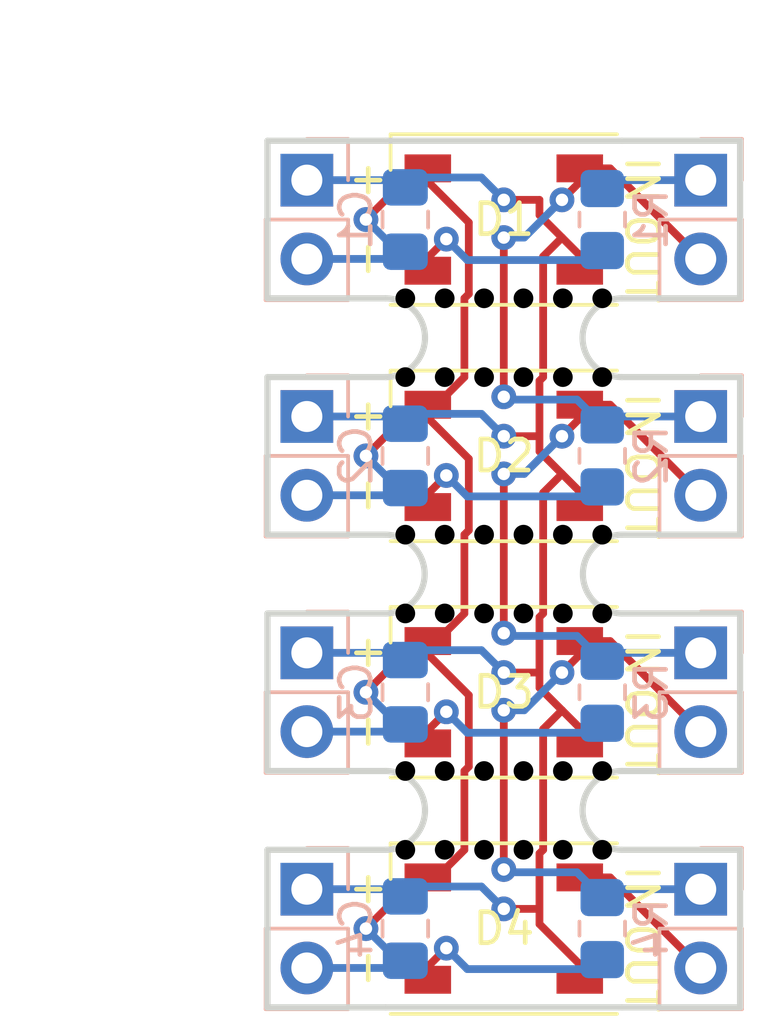
<source format=kicad_pcb>
(kicad_pcb (version 20221018) (generator pcbnew)
  (layers (0 "F.Cu" signal) (31 "B.Cu" signal) (34 "B.Paste" user) (35 "F.Paste" user) (36 "B.SilkS" user "B.Silkscreen") (37 "F.SilkS" user "F.Silkscreen") (38 "B.Mask" user) (39 "F.Mask" user) (44 "Edge.Cuts" user))
  (net 0 "")
  (net 1 "/NeoPixel Module 1/VSS")
  (net 2 "/NeoPixel Module 1/VDD")
  (net 3 "/NeoPixel Module 1/DOUT")
  (net 4 "Net-(D1-DIN)")
  (net 5 "/NeoPixel Module 1/DIN")
  (net 6 "/NeoPixel Module 2/DOUT")
  (net 7 "Net-(D2-DIN)")
  (net 8 "/NeoPixel Module 3/DOUT")
  (net 9 "Net-(D3-DIN)")
  (net 10 "/NeoPixel Module 4/DOUT")
  (net 11 "Net-(D4-DIN)")
  (footprint "LED_SMD:LED_WS2812B_PLCC4_5.0x5.0mm_P3.2mm" (layer "F.Cu") (at 134.62 99.06 180)
    (fp_text reference "D4" (at 0 0) (layer "F.SilkS"))
    (fp_text value "WS2812B" hide)
    (fp_line (start -3.65 -2.75) (end 3.65 -2.75) (stroke (width 0.12)) (layer "F.SilkS"))
    (fp_line (start -3.65 2.75) (end 3.65 2.75) (stroke (width 0.12)) (layer "F.SilkS"))
    (fp_line (start 3.65 2.75) (end 3.65 1.6) (stroke (width 0.12)) (layer "F.SilkS"))
    (pad "1" smd rect (at -2.45 -1.65 180) (size 1.5 0.9) (layers "F.Cu" "F.Paste" "F.Mask") (net 2 "/NeoPixel Module 1/VDD"))
    (pad "2" smd rect (at -2.45 1.65 180) (size 1.5 0.9) (layers "F.Cu" "F.Paste" "F.Mask") (net 10 "/NeoPixel Module 4/DOUT"))
    (pad "3" smd rect (at 2.45 1.65 180) (size 1.5 0.9) (layers "F.Cu" "F.Paste" "F.Mask") (net 1 "/NeoPixel Module 1/VSS"))
    (pad "4" smd rect (at 2.45 -1.65 180) (size 1.5 0.9) (layers "F.Cu" "F.Paste" "F.Mask") (net 11 "Net-(D4-DIN)"))
  )
  (footprint "LED_SMD:LED_WS2812B_PLCC4_5.0x5.0mm_P3.2mm" (layer "F.Cu") (at 134.62 76.2 180)
    (fp_text reference "D1" (at 0 0) (layer "F.SilkS"))
    (fp_text value "WS2812B" hide)
    (fp_line (start -3.65 -2.75) (end 3.65 -2.75) (stroke (width 0.12)) (layer "F.SilkS"))
    (fp_line (start -3.65 2.75) (end 3.65 2.75) (stroke (width 0.12)) (layer "F.SilkS"))
    (fp_line (start 3.65 2.75) (end 3.65 1.6) (stroke (width 0.12)) (layer "F.SilkS"))
    (pad "1" smd rect (at -2.45 -1.65 180) (size 1.5 0.9) (layers "F.Cu" "F.Paste" "F.Mask") (net 2 "/NeoPixel Module 1/VDD"))
    (pad "2" smd rect (at -2.45 1.65 180) (size 1.5 0.9) (layers "F.Cu" "F.Paste" "F.Mask") (net 3 "/NeoPixel Module 1/DOUT"))
    (pad "3" smd rect (at 2.45 1.65 180) (size 1.5 0.9) (layers "F.Cu" "F.Paste" "F.Mask") (net 1 "/NeoPixel Module 1/VSS"))
    (pad "4" smd rect (at 2.45 -1.65 180) (size 1.5 0.9) (layers "F.Cu" "F.Paste" "F.Mask") (net 4 "Net-(D1-DIN)"))
  )
  (footprint "Custom:Mouse_Bites_0.2in" (layer "F.Cu") (at 134.62 87.63)
    (fp_text reference "REF**" hide)
    (fp_text value "Mouse_Bites_0.2in" hide)
    (fp_arc (start -3.81 -1.27) (mid -2.54 0) (end -3.81 1.27) (stroke (width 0.2)) (layer "Edge.Cuts"))
    (fp_arc (start 3.81 1.27) (mid 2.54 0) (end 3.81 -1.27) (stroke (width 0.2)) (layer "Edge.Cuts"))
    (pad "" np_thru_hole circle (at -3.175 -1.27) (size 0.635 0.635) (drill 0.635) (layers "*.Mask"))
    (pad "" np_thru_hole circle (at -3.175 1.27) (size 0.635 0.635) (drill 0.635) (layers "*.Mask"))
    (pad "" np_thru_hole circle (at -1.905 -1.27) (size 0.635 0.635) (drill 0.635) (layers "*.Mask"))
    (pad "" np_thru_hole circle (at -1.905 1.27) (size 0.635 0.635) (drill 0.635) (layers "*.Mask"))
    (pad "" np_thru_hole circle (at -0.635 -1.27) (size 0.635 0.635) (drill 0.635) (layers "*.Mask"))
    (pad "" np_thru_hole circle (at -0.635 1.27) (size 0.635 0.635) (drill 0.635) (layers "*.Mask"))
    (pad "" np_thru_hole circle (at 0.635 -1.27) (size 0.635 0.635) (drill 0.635) (layers "*.Mask"))
    (pad "" np_thru_hole circle (at 0.635 1.27) (size 0.635 0.635) (drill 0.635) (layers "*.Mask"))
    (pad "" np_thru_hole circle (at 1.905 -1.27) (size 0.635 0.635) (drill 0.635) (layers "*.Mask"))
    (pad "" np_thru_hole circle (at 1.905 1.27) (size 0.635 0.635) (drill 0.635) (layers "*.Mask"))
    (pad "" np_thru_hole circle (at 3.175 -1.27) (size 0.635 0.635) (drill 0.635) (layers "*.Mask"))
    (pad "" np_thru_hole circle (at 3.175 1.27) (size 0.635 0.635) (drill 0.635) (layers "*.Mask"))
  )
  (footprint "Custom:Mouse_Bites_0.2in" (layer "F.Cu") (at 134.62 80.01)
    (fp_text reference "REF**" hide)
    (fp_text value "Mouse_Bites_0.2in" hide)
    (fp_arc (start -3.81 -1.27) (mid -2.54 0) (end -3.81 1.27) (stroke (width 0.2)) (layer "Edge.Cuts"))
    (fp_arc (start 3.81 1.27) (mid 2.54 0) (end 3.81 -1.27) (stroke (width 0.2)) (layer "Edge.Cuts"))
    (pad "" np_thru_hole circle (at -3.175 -1.27) (size 0.635 0.635) (drill 0.635) (layers "*.Mask"))
    (pad "" np_thru_hole circle (at -3.175 1.27) (size 0.635 0.635) (drill 0.635) (layers "*.Mask"))
    (pad "" np_thru_hole circle (at -1.905 -1.27) (size 0.635 0.635) (drill 0.635) (layers "*.Mask"))
    (pad "" np_thru_hole circle (at -1.905 1.27) (size 0.635 0.635) (drill 0.635) (layers "*.Mask"))
    (pad "" np_thru_hole circle (at -0.635 -1.27) (size 0.635 0.635) (drill 0.635) (layers "*.Mask"))
    (pad "" np_thru_hole circle (at -0.635 1.27) (size 0.635 0.635) (drill 0.635) (layers "*.Mask"))
    (pad "" np_thru_hole circle (at 0.635 -1.27) (size 0.635 0.635) (drill 0.635) (layers "*.Mask"))
    (pad "" np_thru_hole circle (at 0.635 1.27) (size 0.635 0.635) (drill 0.635) (layers "*.Mask"))
    (pad "" np_thru_hole circle (at 1.905 -1.27) (size 0.635 0.635) (drill 0.635) (layers "*.Mask"))
    (pad "" np_thru_hole circle (at 1.905 1.27) (size 0.635 0.635) (drill 0.635) (layers "*.Mask"))
    (pad "" np_thru_hole circle (at 3.175 -1.27) (size 0.635 0.635) (drill 0.635) (layers "*.Mask"))
    (pad "" np_thru_hole circle (at 3.175 1.27) (size 0.635 0.635) (drill 0.635) (layers "*.Mask"))
  )
  (footprint "Custom:Mouse_Bites_0.2in" (layer "F.Cu") (at 134.62 95.25)
    (fp_text reference "REF**" hide)
    (fp_text value "Mouse_Bites_0.2in" hide)
    (fp_arc (start -3.81 -1.27) (mid -2.54 0) (end -3.81 1.27) (stroke (width 0.2)) (layer "Edge.Cuts"))
    (fp_arc (start 3.81 1.27) (mid 2.54 0) (end 3.81 -1.27) (stroke (width 0.2)) (layer "Edge.Cuts"))
    (pad "" np_thru_hole circle (at -3.175 -1.27) (size 0.635 0.635) (drill 0.635) (layers "*.Mask"))
    (pad "" np_thru_hole circle (at -3.175 1.27) (size 0.635 0.635) (drill 0.635) (layers "*.Mask"))
    (pad "" np_thru_hole circle (at -1.905 -1.27) (size 0.635 0.635) (drill 0.635) (layers "*.Mask"))
    (pad "" np_thru_hole circle (at -1.905 1.27) (size 0.635 0.635) (drill 0.635) (layers "*.Mask"))
    (pad "" np_thru_hole circle (at -0.635 -1.27) (size 0.635 0.635) (drill 0.635) (layers "*.Mask"))
    (pad "" np_thru_hole circle (at -0.635 1.27) (size 0.635 0.635) (drill 0.635) (layers "*.Mask"))
    (pad "" np_thru_hole circle (at 0.635 -1.27) (size 0.635 0.635) (drill 0.635) (layers "*.Mask"))
    (pad "" np_thru_hole circle (at 0.635 1.27) (size 0.635 0.635) (drill 0.635) (layers "*.Mask"))
    (pad "" np_thru_hole circle (at 1.905 -1.27) (size 0.635 0.635) (drill 0.635) (layers "*.Mask"))
    (pad "" np_thru_hole circle (at 1.905 1.27) (size 0.635 0.635) (drill 0.635) (layers "*.Mask"))
    (pad "" np_thru_hole circle (at 3.175 -1.27) (size 0.635 0.635) (drill 0.635) (layers "*.Mask"))
    (pad "" np_thru_hole circle (at 3.175 1.27) (size 0.635 0.635) (drill 0.635) (layers "*.Mask"))
  )
  (footprint "LED_SMD:LED_WS2812B_PLCC4_5.0x5.0mm_P3.2mm" (layer "F.Cu") (at 134.62 91.44 180)
    (fp_text reference "D3" (at 0 0) (layer "F.SilkS"))
    (fp_text value "WS2812B" hide)
    (fp_line (start -3.65 -2.75) (end 3.65 -2.75) (stroke (width 0.12)) (layer "F.SilkS"))
    (fp_line (start -3.65 2.75) (end 3.65 2.75) (stroke (width 0.12)) (layer "F.SilkS"))
    (fp_line (start 3.65 2.75) (end 3.65 1.6) (stroke (width 0.12)) (layer "F.SilkS"))
    (pad "1" smd rect (at -2.45 -1.65 180) (size 1.5 0.9) (layers "F.Cu" "F.Paste" "F.Mask") (net 2 "/NeoPixel Module 1/VDD"))
    (pad "2" smd rect (at -2.45 1.65 180) (size 1.5 0.9) (layers "F.Cu" "F.Paste" "F.Mask") (net 8 "/NeoPixel Module 3/DOUT"))
    (pad "3" smd rect (at 2.45 1.65 180) (size 1.5 0.9) (layers "F.Cu" "F.Paste" "F.Mask") (net 1 "/NeoPixel Module 1/VSS"))
    (pad "4" smd rect (at 2.45 -1.65 180) (size 1.5 0.9) (layers "F.Cu" "F.Paste" "F.Mask") (net 9 "Net-(D3-DIN)"))
  )
  (footprint "LED_SMD:LED_WS2812B_PLCC4_5.0x5.0mm_P3.2mm" (layer "F.Cu") (at 134.62 83.82 180)
    (fp_text reference "D2" (at 0 0) (layer "F.SilkS"))
    (fp_text value "WS2812B" hide)
    (fp_line (start -3.65 -2.75) (end 3.65 -2.75) (stroke (width 0.12)) (layer "F.SilkS"))
    (fp_line (start -3.65 2.75) (end 3.65 2.75) (stroke (width 0.12)) (layer "F.SilkS"))
    (fp_line (start 3.65 2.75) (end 3.65 1.6) (stroke (width 0.12)) (layer "F.SilkS"))
    (pad "1" smd rect (at -2.45 -1.65 180) (size 1.5 0.9) (layers "F.Cu" "F.Paste" "F.Mask") (net 2 "/NeoPixel Module 1/VDD"))
    (pad "2" smd rect (at -2.45 1.65 180) (size 1.5 0.9) (layers "F.Cu" "F.Paste" "F.Mask") (net 6 "/NeoPixel Module 2/DOUT"))
    (pad "3" smd rect (at 2.45 1.65 180) (size 1.5 0.9) (layers "F.Cu" "F.Paste" "F.Mask") (net 1 "/NeoPixel Module 1/VSS"))
    (pad "4" smd rect (at 2.45 -1.65 180) (size 1.5 0.9) (layers "F.Cu" "F.Paste" "F.Mask") (net 7 "Net-(D2-DIN)"))
  )
  (footprint "Connector_PinHeader_2.54mm:PinHeader_1x02_P2.54mm_Vertical" (layer "B.Cu") (at 128.27 74.93 180)
    (fp_text reference "J1" hide)
    (fp_text value "Conn_01x02" hide)
    (fp_line (start -1.33 -3.87) (end 1.33 -3.87) (stroke (width 0.12)) (layer "B.SilkS"))
    (fp_line (start -1.33 -1.27) (end -1.33 -3.87) (stroke (width 0.12)) (layer "B.SilkS"))
    (fp_line (start -1.33 -1.27) (end 1.33 -1.27) (stroke (width 0.12)) (layer "B.SilkS"))
    (fp_line (start -1.33 0) (end -1.33 1.33) (stroke (width 0.12)) (layer "B.SilkS"))
    (fp_line (start -1.33 1.33) (end 0 1.33) (stroke (width 0.12)) (layer "B.SilkS"))
    (fp_line (start 1.33 -1.27) (end 1.33 -3.87) (stroke (width 0.12)) (layer "B.SilkS"))
    (pad "1" thru_hole rect (at 0 0 180) (size 1.7 1.7) (drill 1) (layers "*.Cu" "*.Mask") (net 2 "/NeoPixel Module 1/VDD"))
    (pad "2" thru_hole oval (at 0 -2.54 180) (size 1.7 1.7) (drill 1) (layers "*.Cu" "*.Mask") (net 1 "/NeoPixel Module 1/VSS"))
  )
  (footprint "Capacitor_SMD:C_0805_2012Metric_Pad1.18x1.45mm_HandSolder" (layer "B.Cu") (at 131.445 91.44 90)
    (fp_text reference "C3" (at 0 -1.5875 90) (layer "B.SilkS") (effects (justify mirror)))
    (fp_text value "0.1uF" hide)
    (fp_line (start -0.261252 -0.735) (end 0.261252 -0.735) (stroke (width 0.12)) (layer "B.SilkS"))
    (fp_line (start -0.261252 0.735) (end 0.261252 0.735) (stroke (width 0.12)) (layer "B.SilkS"))
    (pad "1" smd roundrect (at -1.0375 0 90) (size 1.175 1.45) (layers "B.Cu" "B.Paste" "B.Mask") (roundrect_rratio 0.212766) (net 1 "/NeoPixel Module 1/VSS"))
    (pad "2" smd roundrect (at 1.0375 0 90) (size 1.175 1.45) (layers "B.Cu" "B.Paste" "B.Mask") (roundrect_rratio 0.212766) (net 2 "/NeoPixel Module 1/VDD"))
  )
  (footprint "Resistor_SMD:R_0805_2012Metric_Pad1.20x1.40mm_HandSolder" (layer "B.Cu") (at 137.795 99.06 -90)
    (fp_text reference "R4" (at 0 -1.5875 90) (layer "B.SilkS") (effects (justify mirror)))
    (fp_text value "470R" hide)
    (fp_line (start -0.227064 -0.735) (end 0.227064 -0.735) (stroke (width 0.12)) (layer "B.SilkS"))
    (fp_line (start -0.227064 0.735) (end 0.227064 0.735) (stroke (width 0.12)) (layer "B.SilkS"))
    (pad "1" smd roundrect (at -1 0 270) (size 1.2 1.4) (layers "B.Cu" "B.Paste" "B.Mask") (roundrect_rratio 0.208333) (net 8 "/NeoPixel Module 3/DOUT"))
    (pad "2" smd roundrect (at 1 0 270) (size 1.2 1.4) (layers "B.Cu" "B.Paste" "B.Mask") (roundrect_rratio 0.208333) (net 11 "Net-(D4-DIN)"))
  )
  (footprint "Resistor_SMD:R_0805_2012Metric_Pad1.20x1.40mm_HandSolder" (layer "B.Cu") (at 137.795 76.2 -90)
    (fp_text reference "R1" (at 0 -1.5875 90) (layer "B.SilkS") (effects (justify mirror)))
    (fp_text value "470R" hide)
    (fp_line (start -0.227064 -0.735) (end 0.227064 -0.735) (stroke (width 0.12)) (layer "B.SilkS"))
    (fp_line (start -0.227064 0.735) (end 0.227064 0.735) (stroke (width 0.12)) (layer "B.SilkS"))
    (pad "1" smd roundrect (at -1 0 270) (size 1.2 1.4) (layers "B.Cu" "B.Paste" "B.Mask") (roundrect_rratio 0.208333) (net 5 "/NeoPixel Module 1/DIN"))
    (pad "2" smd roundrect (at 1 0 270) (size 1.2 1.4) (layers "B.Cu" "B.Paste" "B.Mask") (roundrect_rratio 0.208333) (net 4 "Net-(D1-DIN)"))
  )
  (footprint "Connector_PinHeader_2.54mm:PinHeader_1x02_P2.54mm_Vertical" (layer "B.Cu") (at 128.27 97.79 180)
    (fp_text reference "J7" hide)
    (fp_text value "Conn_01x02" hide)
    (fp_line (start -1.33 -3.87) (end 1.33 -3.87) (stroke (width 0.12)) (layer "B.SilkS"))
    (fp_line (start -1.33 -1.27) (end -1.33 -3.87) (stroke (width 0.12)) (layer "B.SilkS"))
    (fp_line (start -1.33 -1.27) (end 1.33 -1.27) (stroke (width 0.12)) (layer "B.SilkS"))
    (fp_line (start -1.33 0) (end -1.33 1.33) (stroke (width 0.12)) (layer "B.SilkS"))
    (fp_line (start -1.33 1.33) (end 0 1.33) (stroke (width 0.12)) (layer "B.SilkS"))
    (fp_line (start 1.33 -1.27) (end 1.33 -3.87) (stroke (width 0.12)) (layer "B.SilkS"))
    (pad "1" thru_hole rect (at 0 0 180) (size 1.7 1.7) (drill 1) (layers "*.Cu" "*.Mask") (net 2 "/NeoPixel Module 1/VDD"))
    (pad "2" thru_hole oval (at 0 -2.54 180) (size 1.7 1.7) (drill 1) (layers "*.Cu" "*.Mask") (net 1 "/NeoPixel Module 1/VSS"))
  )
  (footprint "Connector_PinHeader_2.54mm:PinHeader_1x02_P2.54mm_Vertical" (layer "B.Cu") (at 128.27 82.55 180)
    (fp_text reference "J3" hide)
    (fp_text value "Conn_01x02" hide)
    (fp_line (start -1.33 -3.87) (end 1.33 -3.87) (stroke (width 0.12)) (layer "B.SilkS"))
    (fp_line (start -1.33 -1.27) (end -1.33 -3.87) (stroke (width 0.12)) (layer "B.SilkS"))
    (fp_line (start -1.33 -1.27) (end 1.33 -1.27) (stroke (width 0.12)) (layer "B.SilkS"))
    (fp_line (start -1.33 0) (end -1.33 1.33) (stroke (width 0.12)) (layer "B.SilkS"))
    (fp_line (start -1.33 1.33) (end 0 1.33) (stroke (width 0.12)) (layer "B.SilkS"))
    (fp_line (start 1.33 -1.27) (end 1.33 -3.87) (stroke (width 0.12)) (layer "B.SilkS"))
    (pad "1" thru_hole rect (at 0 0 180) (size 1.7 1.7) (drill 1) (layers "*.Cu" "*.Mask") (net 2 "/NeoPixel Module 1/VDD"))
    (pad "2" thru_hole oval (at 0 -2.54 180) (size 1.7 1.7) (drill 1) (layers "*.Cu" "*.Mask") (net 1 "/NeoPixel Module 1/VSS"))
  )
  (footprint "Capacitor_SMD:C_0805_2012Metric_Pad1.18x1.45mm_HandSolder" (layer "B.Cu") (at 131.445 83.82 90)
    (fp_text reference "C2" (at 0 -1.5875 90) (layer "B.SilkS") (effects (justify mirror)))
    (fp_text value "0.1uF" hide)
    (fp_line (start -0.261252 -0.735) (end 0.261252 -0.735) (stroke (width 0.12)) (layer "B.SilkS"))
    (fp_line (start -0.261252 0.735) (end 0.261252 0.735) (stroke (width 0.12)) (layer "B.SilkS"))
    (pad "1" smd roundrect (at -1.0375 0 90) (size 1.175 1.45) (layers "B.Cu" "B.Paste" "B.Mask") (roundrect_rratio 0.212766) (net 1 "/NeoPixel Module 1/VSS"))
    (pad "2" smd roundrect (at 1.0375 0 90) (size 1.175 1.45) (layers "B.Cu" "B.Paste" "B.Mask") (roundrect_rratio 0.212766) (net 2 "/NeoPixel Module 1/VDD"))
  )
  (footprint "Capacitor_SMD:C_0805_2012Metric_Pad1.18x1.45mm_HandSolder" (layer "B.Cu") (at 131.445 76.2 90)
    (fp_text reference "C1" (at 0 -1.5875 90) (layer "B.SilkS") (effects (justify mirror)))
    (fp_text value "0.1uF" hide)
    (fp_line (start -0.261252 -0.735) (end 0.261252 -0.735) (stroke (width 0.12)) (layer "B.SilkS"))
    (fp_line (start -0.261252 0.735) (end 0.261252 0.735) (stroke (width 0.12)) (layer "B.SilkS"))
    (pad "1" smd roundrect (at -1.0375 0 90) (size 1.175 1.45) (layers "B.Cu" "B.Paste" "B.Mask") (roundrect_rratio 0.212766) (net 1 "/NeoPixel Module 1/VSS"))
    (pad "2" smd roundrect (at 1.0375 0 90) (size 1.175 1.45) (layers "B.Cu" "B.Paste" "B.Mask") (roundrect_rratio 0.212766) (net 2 "/NeoPixel Module 1/VDD"))
  )
  (footprint "Connector_PinHeader_2.54mm:PinHeader_1x02_P2.54mm_Vertical" (layer "B.Cu") (at 140.97 97.79 180)
    (fp_text reference "J8" hide)
    (fp_text value "Conn_01x02" hide)
    (fp_line (start -1.33 -3.87) (end 1.33 -3.87) (stroke (width 0.12)) (layer "B.SilkS"))
    (fp_line (start -1.33 -1.27) (end -1.33 -3.87) (stroke (width 0.12)) (layer "B.SilkS"))
    (fp_line (start -1.33 -1.27) (end 1.33 -1.27) (stroke (width 0.12)) (layer "B.SilkS"))
    (fp_line (start -1.33 0) (end -1.33 1.33) (stroke (width 0.12)) (layer "B.SilkS"))
    (fp_line (start -1.33 1.33) (end 0 1.33) (stroke (width 0.12)) (layer "B.SilkS"))
    (fp_line (start 1.33 -1.27) (end 1.33 -3.87) (stroke (width 0.12)) (layer "B.SilkS"))
    (pad "1" thru_hole rect (at 0 0 180) (size 1.7 1.7) (drill 1) (layers "*.Cu" "*.Mask") (net 8 "/NeoPixel Module 3/DOUT"))
    (pad "2" thru_hole oval (at 0 -2.54 180) (size 1.7 1.7) (drill 1) (layers "*.Cu" "*.Mask") (net 10 "/NeoPixel Module 4/DOUT"))
  )
  (footprint "Connector_PinHeader_2.54mm:PinHeader_1x02_P2.54mm_Vertical" (layer "B.Cu") (at 140.97 82.55 180)
    (fp_text reference "J4" hide)
    (fp_text value "Conn_01x02" hide)
    (fp_line (start -1.33 -3.87) (end 1.33 -3.87) (stroke (width 0.12)) (layer "B.SilkS"))
    (fp_line (start -1.33 -1.27) (end -1.33 -3.87) (stroke (width 0.12)) (layer "B.SilkS"))
    (fp_line (start -1.33 -1.27) (end 1.33 -1.27) (stroke (width 0.12)) (layer "B.SilkS"))
    (fp_line (start -1.33 0) (end -1.33 1.33) (stroke (width 0.12)) (layer "B.SilkS"))
    (fp_line (start -1.33 1.33) (end 0 1.33) (stroke (width 0.12)) (layer "B.SilkS"))
    (fp_line (start 1.33 -1.27) (end 1.33 -3.87) (stroke (width 0.12)) (layer "B.SilkS"))
    (pad "1" thru_hole rect (at 0 0 180) (size 1.7 1.7) (drill 1) (layers "*.Cu" "*.Mask") (net 3 "/NeoPixel Module 1/DOUT"))
    (pad "2" thru_hole oval (at 0 -2.54 180) (size 1.7 1.7) (drill 1) (layers "*.Cu" "*.Mask") (net 6 "/NeoPixel Module 2/DOUT"))
  )
  (footprint "Resistor_SMD:R_0805_2012Metric_Pad1.20x1.40mm_HandSolder" (layer "B.Cu") (at 137.795 83.82 -90)
    (fp_text reference "R2" (at 0 -1.5875 90) (layer "B.SilkS") (effects (justify mirror)))
    (fp_text value "470R" hide)
    (fp_line (start -0.227064 -0.735) (end 0.227064 -0.735) (stroke (width 0.12)) (layer "B.SilkS"))
    (fp_line (start -0.227064 0.735) (end 0.227064 0.735) (stroke (width 0.12)) (layer "B.SilkS"))
    (pad "1" smd roundrect (at -1 0 270) (size 1.2 1.4) (layers "B.Cu" "B.Paste" "B.Mask") (roundrect_rratio 0.208333) (net 3 "/NeoPixel Module 1/DOUT"))
    (pad "2" smd roundrect (at 1 0 270) (size 1.2 1.4) (layers "B.Cu" "B.Paste" "B.Mask") (roundrect_rratio 0.208333) (net 7 "Net-(D2-DIN)"))
  )
  (footprint "Connector_PinHeader_2.54mm:PinHeader_1x02_P2.54mm_Vertical" (layer "B.Cu") (at 140.97 74.93 180)
    (fp_text reference "J2" hide)
    (fp_text value "Conn_01x02" hide)
    (fp_line (start -1.33 -3.87) (end 1.33 -3.87) (stroke (width 0.12)) (layer "B.SilkS"))
    (fp_line (start -1.33 -1.27) (end -1.33 -3.87) (stroke (width 0.12)) (layer "B.SilkS"))
    (fp_line (start -1.33 -1.27) (end 1.33 -1.27) (stroke (width 0.12)) (layer "B.SilkS"))
    (fp_line (start -1.33 0) (end -1.33 1.33) (stroke (width 0.12)) (layer "B.SilkS"))
    (fp_line (start -1.33 1.33) (end 0 1.33) (stroke (width 0.12)) (layer "B.SilkS"))
    (fp_line (start 1.33 -1.27) (end 1.33 -3.87) (stroke (width 0.12)) (layer "B.SilkS"))
    (pad "1" thru_hole rect (at 0 0 180) (size 1.7 1.7) (drill 1) (layers "*.Cu" "*.Mask") (net 5 "/NeoPixel Module 1/DIN"))
    (pad "2" thru_hole oval (at 0 -2.54 180) (size 1.7 1.7) (drill 1) (layers "*.Cu" "*.Mask") (net 3 "/NeoPixel Module 1/DOUT"))
  )
  (footprint "Resistor_SMD:R_0805_2012Metric_Pad1.20x1.40mm_HandSolder" (layer "B.Cu") (at 137.795 91.44 -90)
    (fp_text reference "R3" (at 0 -1.5875 90) (layer "B.SilkS") (effects (justify mirror)))
    (fp_text value "470R" hide)
    (fp_line (start -0.227064 -0.735) (end 0.227064 -0.735) (stroke (width 0.12)) (layer "B.SilkS"))
    (fp_line (start -0.227064 0.735) (end 0.227064 0.735) (stroke (width 0.12)) (layer "B.SilkS"))
    (pad "1" smd roundrect (at -1 0 270) (size 1.2 1.4) (layers "B.Cu" "B.Paste" "B.Mask") (roundrect_rratio 0.208333) (net 6 "/NeoPixel Module 2/DOUT"))
    (pad "2" smd roundrect (at 1 0 270) (size 1.2 1.4) (layers "B.Cu" "B.Paste" "B.Mask") (roundrect_rratio 0.208333) (net 9 "Net-(D3-DIN)"))
  )
  (footprint "Connector_PinHeader_2.54mm:PinHeader_1x02_P2.54mm_Vertical" (layer "B.Cu") (at 140.97 90.17 180)
    (fp_text reference "J6" hide)
    (fp_text value "Conn_01x02" hide)
    (fp_line (start -1.33 -3.87) (end 1.33 -3.87) (stroke (width 0.12)) (layer "B.SilkS"))
    (fp_line (start -1.33 -1.27) (end -1.33 -3.87) (stroke (width 0.12)) (layer "B.SilkS"))
    (fp_line (start -1.33 -1.27) (end 1.33 -1.27) (stroke (width 0.12)) (layer "B.SilkS"))
    (fp_line (start -1.33 0) (end -1.33 1.33) (stroke (width 0.12)) (layer "B.SilkS"))
    (fp_line (start -1.33 1.33) (end 0 1.33) (stroke (width 0.12)) (layer "B.SilkS"))
    (fp_line (start 1.33 -1.27) (end 1.33 -3.87) (stroke (width 0.12)) (layer "B.SilkS"))
    (pad "1" thru_hole rect (at 0 0 180) (size 1.7 1.7) (drill 1) (layers "*.Cu" "*.Mask") (net 6 "/NeoPixel Module 2/DOUT"))
    (pad "2" thru_hole oval (at 0 -2.54 180) (size 1.7 1.7) (drill 1) (layers "*.Cu" "*.Mask") (net 8 "/NeoPixel Module 3/DOUT"))
  )
  (footprint "Connector_PinHeader_2.54mm:PinHeader_1x02_P2.54mm_Vertical" (layer "B.Cu") (at 128.27 90.17 180)
    (fp_text reference "J5" hide)
    (fp_text value "Conn_01x02" hide)
    (fp_line (start -1.33 -3.87) (end 1.33 -3.87) (stroke (width 0.12)) (layer "B.SilkS"))
    (fp_line (start -1.33 -1.27) (end -1.33 -3.87) (stroke (width 0.12)) (layer "B.SilkS"))
    (fp_line (start -1.33 -1.27) (end 1.33 -1.27) (stroke (width 0.12)) (layer "B.SilkS"))
    (fp_line (start -1.33 0) (end -1.33 1.33) (stroke (width 0.12)) (layer "B.SilkS"))
    (fp_line (start -1.33 1.33) (end 0 1.33) (stroke (width 0.12)) (layer "B.SilkS"))
    (fp_line (start 1.33 -1.27) (end 1.33 -3.87) (stroke (width 0.12)) (layer "B.SilkS"))
    (pad "1" thru_hole rect (at 0 0 180) (size 1.7 1.7) (drill 1) (layers "*.Cu" "*.Mask") (net 2 "/NeoPixel Module 1/VDD"))
    (pad "2" thru_hole oval (at 0 -2.54 180) (size 1.7 1.7) (drill 1) (layers "*.Cu" "*.Mask") (net 1 "/NeoPixel Module 1/VSS"))
  )
  (footprint "Capacitor_SMD:C_0805_2012Metric_Pad1.18x1.45mm_HandSolder" (layer "B.Cu") (at 131.445 99.06 90)
    (fp_text reference "C4" (at 0 -1.5875 90) (layer "B.SilkS") (effects (justify mirror)))
    (fp_text value "0.1uF" hide)
    (fp_line (start -0.261252 -0.735) (end 0.261252 -0.735) (stroke (width 0.12)) (layer "B.SilkS"))
    (fp_line (start -0.261252 0.735) (end 0.261252 0.735) (stroke (width 0.12)) (layer "B.SilkS"))
    (pad "1" smd roundrect (at -1.0375 0 90) (size 1.175 1.45) (layers "B.Cu" "B.Paste" "B.Mask") (roundrect_rratio 0.212766) (net 1 "/NeoPixel Module 1/VSS"))
    (pad "2" smd roundrect (at 1.0375 0 90) (size 1.175 1.45) (layers "B.Cu" "B.Paste" "B.Mask") (roundrect_rratio 0.212766) (net 2 "/NeoPixel Module 1/VDD"))
  )
  (gr_line (start 142.24 93.98) (end 142.24 88.9) (stroke (width 0.2)) (layer "Edge.Cuts"))
  (gr_line (start 142.24 78.74) (end 142.24 73.66) (stroke (width 0.2)) (layer "Edge.Cuts"))
  (gr_line (start 142.24 93.98) (end 138.43 93.98) (stroke (width 0.2)) (layer "Edge.Cuts"))
  (gr_line (start 130.81 73.66) (end 138.43 73.66) (stroke (width 0.2)) (layer "Edge.Cuts"))
  (gr_line (start 142.24 78.74) (end 138.43 78.74) (stroke (width 0.2)) (layer "Edge.Cuts"))
  (gr_line (start 142.24 101.6) (end 142.24 96.52) (stroke (width 0.2)) (layer "Edge.Cuts"))
  (gr_line (start 127 81.28) (end 130.81 81.28) (stroke (width 0.2)) (layer "Edge.Cuts"))
  (gr_line (start 142.24 73.66) (end 138.43 73.66) (stroke (width 0.2)) (layer "Edge.Cuts"))
  (gr_line (start 142.24 96.52) (end 138.43 96.52) (stroke (width 0.2)) (layer "Edge.Cuts"))
  (gr_line (start 127 101.6) (end 130.81 101.6) (stroke (width 0.2)) (layer "Edge.Cuts"))
  (gr_line (start 127 86.36) (end 127 81.28) (stroke (width 0.2)) (layer "Edge.Cuts"))
  (gr_line (start 127 73.66) (end 130.81 73.66) (stroke (width 0.2)) (layer "Edge.Cuts"))
  (gr_line (start 130.81 101.6) (end 138.43 101.6) (stroke (width 0.2)) (layer "Edge.Cuts"))
  (gr_line (start 142.24 88.9) (end 138.43 88.9) (stroke (width 0.2)) (layer "Edge.Cuts"))
  (gr_line (start 127 93.98) (end 130.81 93.98) (stroke (width 0.2)) (layer "Edge.Cuts"))
  (gr_line (start 127 101.6) (end 127 96.52) (stroke (width 0.2)) (layer "Edge.Cuts"))
  (gr_line (start 127 93.98) (end 127 88.9) (stroke (width 0.2)) (layer "Edge.Cuts"))
  (gr_line (start 142.24 86.36) (end 142.24 81.28) (stroke (width 0.2)) (layer "Edge.Cuts"))
  (gr_line (start 127 86.36) (end 130.81 86.36) (stroke (width 0.2)) (layer "Edge.Cuts"))
  (gr_line (start 142.24 101.6) (end 138.43 101.6) (stroke (width 0.2)) (layer "Edge.Cuts"))
  (gr_line (start 142.24 81.28) (end 138.43 81.28) (stroke (width 0.2)) (layer "Edge.Cuts"))
  (gr_line (start 127 78.74) (end 130.81 78.74) (stroke (width 0.2)) (layer "Edge.Cuts"))
  (gr_line (start 127 78.74) (end 127 73.66) (stroke (width 0.2)) (layer "Edge.Cuts"))
  (gr_line (start 127 88.9) (end 130.81 88.9) (stroke (width 0.2)) (layer "Edge.Cuts"))
  (gr_line (start 142.24 86.36) (end 138.43 86.36) (stroke (width 0.2)) (layer "Edge.Cuts"))
  (gr_line (start 127 96.52) (end 130.81 96.52) (stroke (width 0.2)) (layer "Edge.Cuts"))
  (gr_text "OUT" (at 139.065 100.33 -90) (layer "F.SilkS") (effects (font (size 1 1))))
  (gr_text "OUT" (at 139.065 92.71 -90) (layer "F.SilkS") (effects (font (size 1 1))))
  (gr_text "-" (at 130.175 85.09 90) (layer "F.SilkS") (effects (font (size 1 1))))
  (gr_text "-" (at 130.175 92.71 90) (layer "F.SilkS") (effects (font (size 1 1))))
  (gr_text "+" (at 130.175 82.55 90) (layer "F.SilkS") (effects (font (size 1 1))))
  (gr_text "+" (at 130.175 90.17 90) (layer "F.SilkS") (effects (font (size 1 1))))
  (gr_text "+" (at 130.175 97.79 90) (layer "F.SilkS") (effects (font (size 1 1))))
  (gr_text "OUT" (at 139.065 77.47 -90) (layer "F.SilkS") (effects (font (size 1 1))))
  (gr_text "+" (at 130.175 74.93 90) (layer "F.SilkS") (effects (font (size 1 1))))
  (gr_text "IN" (at 139.065 82.55 -90) (layer "F.SilkS") (effects (font (size 1 1))))
  (gr_text "-" (at 130.175 100.33 90) (layer "F.SilkS") (effects (font (size 1 1))))
  (gr_text "IN" (at 139.065 90.17 -90) (layer "F.SilkS") (effects (font (size 1 1))))
  (gr_text "-" (at 130.175 77.47 90) (layer "F.SilkS") (effects (font (size 1 1))))
  (gr_text "IN" (at 139.065 74.93 -90) (layer "F.SilkS") (effects (font (size 1 1))))
  (gr_text "IN" (at 139.065 97.79 -90) (layer "F.SilkS") (effects (font (size 1 1))))
  (gr_text "OUT" (at 139.065 85.09 -90) (layer "F.SilkS") (effects (font (size 1 1))))
  (segment (start 132.17 82.17) (end 132.46 82.17) (width 0.25) (layer "F.Cu") (net 1))
  (segment (start 132.17 90.212549) (end 133.491676 91.534225) (width 0.25) (layer "F.Cu") (net 1))
  (segment (start 132.17 74.972549) (end 133.491676 76.294225) (width 0.25) (layer "F.Cu") (net 1))
  (segment (start 132.17 97.41) (end 132.46 97.41) (width 0.25) (layer "F.Cu") (net 1))
  (segment (start 133.491676 78.598324) (end 133.35 78.74) (width 0.25) (layer "F.Cu") (net 1))
  (segment (start 133.35 78.74) (end 133.35 81.28) (width 0.25) (layer "F.Cu") (net 1))
  (segment (start 133.491676 93.838324) (end 133.35 93.98) (width 0.25) (layer "F.Cu") (net 1))
  (segment (start 131.825 82.17) (end 130.175 83.82) (width 0.25) (layer "F.Cu") (net 1))
  (segment (start 132.17 82.17) (end 132.17 82.592549) (width 0.25) (layer "F.Cu") (net 1))
  (segment (start 132.17 89.79) (end 132.46 89.79) (width 0.25) (layer "F.Cu") (net 1))
  (segment (start 132.17 74.55) (end 131.825 74.55) (width 0.25) (layer "F.Cu") (net 1))
  (segment (start 133.35 93.98) (end 133.35 96.52) (width 0.25) (layer "F.Cu") (net 1))
  (segment (start 132.17 97.41) (end 131.825 97.41) (width 0.25) (layer "F.Cu") (net 1))
  (segment (start 131.825 74.55) (end 130.175 76.2) (width 0.25) (layer "F.Cu") (net 1))
  (segment (start 133.491676 76.294225) (end 133.491676 78.598324) (width 0.25) (layer "F.Cu") (net 1))
  (segment (start 133.491676 91.534225) (end 133.491676 93.838324) (width 0.25) (layer "F.Cu") (net 1))
  (segment (start 132.17 82.592549) (end 133.491676 83.914225) (width 0.25) (layer "F.Cu") (net 1))
  (segment (start 132.46 82.17) (end 133.35 81.28) (width 0.25) (layer "F.Cu") (net 1))
  (segment (start 131.825 97.41) (end 130.175 99.06) (width 0.25) (layer "F.Cu") (net 1))
  (segment (start 132.17 89.79) (end 131.825 89.79) (width 0.25) (layer "F.Cu") (net 1))
  (segment (start 132.17 82.17) (end 131.825 82.17) (width 0.25) (layer "F.Cu") (net 1))
  (segment (start 133.491676 83.914225) (end 133.491676 86.218324) (width 0.25) (layer "F.Cu") (net 1))
  (segment (start 133.35 86.36) (end 133.35 88.9) (width 0.25) (layer "F.Cu") (net 1))
  (segment (start 132.17 89.79) (end 132.17 90.212549) (width 0.25) (layer "F.Cu") (net 1))
  (segment (start 132.46 89.79) (end 133.35 88.9) (width 0.25) (layer "F.Cu") (net 1))
  (segment (start 132.17 74.55) (end 132.17 74.972549) (width 0.25) (layer "F.Cu") (net 1))
  (segment (start 132.46 97.41) (end 133.35 96.52) (width 0.25) (layer "F.Cu") (net 1))
  (segment (start 133.491676 86.218324) (end 133.35 86.36) (width 0.25) (layer "F.Cu") (net 1))
  (segment (start 131.825 89.79) (end 130.175 91.44) (width 0.25) (layer "F.Cu") (net 1))
  (via (at 130.175 99.06) (size 0.8) (drill 0.4) (layers "F.Cu" "B.Cu") (net 1))
  (via (at 130.175 83.82) (size 0.8) (drill 0.4) (layers "F.Cu" "B.Cu") (net 1))
  (via (at 130.175 76.2) (size 0.8) (drill 0.4) (layers "F.Cu" "B.Cu") (net 1))
  (via (at 130.175 91.44) (size 0.8) (drill 0.4) (layers "F.Cu" "B.Cu") (net 1))
  (segment (start 131.445 92.4775) (end 131.2125 92.71) (width 0.25) (layer "B.Cu") (net 1))
  (segment (start 131.2125 84.8575) (end 130.175 83.82) (width 0.25) (layer "B.Cu") (net 1))
  (segment (start 131.445 84.8575) (end 131.2125 84.8575) (width 0.25) (layer "B.Cu") (net 1))
  (segment (start 131.2125 85.09) (end 128.27 85.09) (width 0.25) (layer "B.Cu") (net 1))
  (segment (start 131.2125 100.33) (end 128.27 100.33) (width 0.25) (layer "B.Cu") (net 1))
  (segment (start 131.2125 92.71) (end 128.27 92.71) (width 0.25) (layer "B.Cu") (net 1))
  (segment (start 131.2125 77.2375) (end 130.175 76.2) (width 0.25) (layer "B.Cu") (net 1))
  (segment (start 131.2125 77.47) (end 128.27 77.47) (width 0.25) (layer "B.Cu") (net 1))
  (segment (start 131.445 100.0975) (end 131.2125 100.33) (width 0.25) (layer "B.Cu") (net 1))
  (segment (start 131.2125 100.0975) (end 130.175 99.06) (width 0.25) (layer "B.Cu") (net 1))
  (segment (start 131.445 92.4775) (end 131.2125 92.4775) (width 0.25) (layer "B.Cu") (net 1))
  (segment (start 131.445 100.0975) (end 131.2125 100.0975) (width 0.25) (layer "B.Cu") (net 1))
  (segment (start 131.2125 92.4775) (end 130.175 91.44) (width 0.25) (layer "B.Cu") (net 1))
  (segment (start 131.445 77.2375) (end 131.2125 77.47) (width 0.25) (layer "B.Cu") (net 1))
  (segment (start 131.445 77.2375) (end 131.2125 77.2375) (width 0.25) (layer "B.Cu") (net 1))
  (segment (start 131.445 84.8575) (end 131.2125 85.09) (width 0.25) (layer "B.Cu") (net 1))
  (segment (start 135.770642 90.805) (end 135.770642 89.019358) (width 0.25) (layer "F.Cu") (net 2))
  (segment (start 135.770642 83.185) (end 135.770642 81.399358) (width 0.25) (layer "F.Cu") (net 2))
  (segment (start 135.770642 81.399358) (end 135.89 81.28) (width 0.25) (layer "F.Cu") (net 2))
  (segment (start 137.07 92.593069) (end 136.498278 92.021347) (width 0.25) (layer "F.Cu") (net 2))
  (segment (start 136.498278 84.401347) (end 135.89 85.009625) (width 0.25) (layer "F.Cu") (net 2))
  (segment (start 135.770642 98.913711) (end 135.770642 98.425) (width 0.25) (layer "F.Cu") (net 2))
  (segment (start 136.498278 92.021347) (end 135.770642 91.293711) (width 0.25) (layer "F.Cu") (net 2))
  (segment (start 135.770642 98.913711) (end 137.07 100.213069) (width 0.25) (layer "F.Cu") (net 2))
  (segment (start 137.07 84.973069) (end 136.498278 84.401347) (width 0.25) (layer "F.Cu") (net 2))
  (segment (start 135.770642 98.425) (end 135.770642 96.639358) (width 0.25) (layer "F.Cu") (net 2))
  (segment (start 135.89 85.009625) (end 135.89 88.9) (width 0.25) (layer "F.Cu") (net 2))
  (segment (start 134.62 83.185) (end 135.770642 83.185) (width 0.25) (layer "F.Cu") (net 2))
  (segment (start 135.770642 83.673711) (end 135.770642 83.185) (width 0.25) (layer "F.Cu") (net 2))
  (segment (start 137.07 85.47) (end 137.07 84.973069) (width 0.25) (layer "F.Cu") (net 2))
  (segment (start 134.62 75.565) (end 135.770642 75.565) (width 0.25) (layer "F.Cu") (net 2))
  (segment (start 136.498278 92.021347) (end 135.89 92.629625) (width 0.25) (layer "F.Cu") (net 2))
  (segment (start 137.07 100.71) (end 137.07 100.213069) (width 0.25) (layer "F.Cu") (net 2))
  (segment (start 135.89 81.28) (end 135.89 77.389625) (width 0.25) (layer "F.Cu") (net 2))
  (segment (start 134.62 98.425) (end 135.770642 98.425) (width 0.25) (layer "F.Cu") (net 2))
  (segment (start 135.89 96.52) (end 135.89 92.629625) (width 0.25) (layer "F.Cu") (net 2))
  (segment (start 135.770642 76.053711) (end 135.770642 75.565) (width 0.25) (layer "F.Cu") (net 2))
  (segment (start 137.07 93.09) (end 137.07 92.593069) (width 0.25) (layer "F.Cu") (net 2))
  (segment (start 136.498278 76.781347) (end 135.770642 76.053711) (width 0.25) (layer "F.Cu") (net 2))
  (segment (start 136.498278 76.781347) (end 135.89 77.389625) (width 0.25) (layer "F.Cu") (net 2))
  (segment (start 137.07 77.85) (end 137.07 77.353069) (width 0.25) (layer "F.Cu") (net 2))
  (segment (start 137.07 77.353069) (end 136.498278 76.781347) (width 0.25) (layer "F.Cu") (net 2))
  (segment (start 134.62 90.805) (end 135.770642 90.805) (width 0.25) (layer "F.Cu") (net 2))
  (segment (start 135.770642 91.293711) (end 135.770642 90.805) (width 0.25) (layer "F.Cu") (net 2))
  (segment (start 135.770642 89.019358) (end 135.89 88.9) (width 0.25) (layer "F.Cu") (net 2))
  (segment (start 135.770642 96.639358) (end 135.89 96.52) (width 0.25) (layer "F.Cu") (net 2))
  (segment (start 136.498278 84.401347) (end 135.770642 83.673711) (width 0.25) (layer "F.Cu") (net 2))
  (via (at 134.62 90.805) (size 0.8) (drill 0.4) (layers "F.Cu" "B.Cu") (net 2))
  (via (at 134.62 75.565) (size 0.8) (drill 0.4) (layers "F.Cu" "B.Cu") (net 2))
  (via (at 134.62 98.425) (size 0.8) (drill 0.4) (layers "F.Cu" "B.Cu") (net 2))
  (via (at 134.62 83.185) (size 0.8) (drill 0.4) (layers "F.Cu" "B.Cu") (net 2))
  (segment (start 131.445 98.0225) (end 131.763275 97.704225) (width 0.25) (layer "B.Cu") (net 2))
  (segment (start 131.2125 74.93) (end 128.27 74.93) (width 0.25) (layer "B.Cu") (net 2))
  (segment (start 131.2125 90.17) (end 128.27 90.17) (width 0.25) (layer "B.Cu") (net 2))
  (segment (start 131.763275 97.704225) (end 133.899225 97.704225) (width 0.25) (layer "B.Cu") (net 2))
  (segment (start 131.445 90.4025) (end 131.2125 90.17) (width 0.25) (layer "B.Cu") (net 2))
  (segment (start 131.445 82.7825) (end 131.2125 82.55) (width 0.25) (layer "B.Cu") (net 2))
  (segment (start 133.899225 74.844225) (end 134.62 75.565) (width 0.25) (layer "B.Cu") (net 2))
  (segment (start 131.445 98.0225) (end 131.2125 97.79) (width 0.25) (layer "B.Cu") (net 2))
  (segment (start 131.445 75.1625) (end 131.763275 74.844225) (width 0.25) (layer "B.Cu") (net 2))
  (segment (start 131.445 82.7825) (end 131.763275 82.464225) (width 0.25) (layer "B.Cu") (net 2))
  (segment (start 131.763275 90.084225) (end 133.899225 90.084225) (width 0.25) (layer "B.Cu") (net 2))
  (segment (start 131.763275 82.464225) (end 133.899225 82.464225) (width 0.25) (layer "B.Cu") (net 2))
  (segment (start 131.2125 97.79) (end 128.27 97.79) (width 0.25) (layer "B.Cu") (net 2))
  (segment (start 133.899225 90.084225) (end 134.62 90.805) (width 0.25) (layer "B.Cu") (net 2))
  (segment (start 131.2125 82.55) (end 128.27 82.55) (width 0.25) (layer "B.Cu") (net 2))
  (segment (start 131.763275 74.844225) (end 133.899225 74.844225) (width 0.25) (layer "B.Cu") (net 2))
  (segment (start 133.899225 82.464225) (end 134.62 83.185) (width 0.25) (layer "B.Cu") (net 2))
  (segment (start 131.445 90.4025) (end 131.763275 90.084225) (width 0.25) (layer "B.Cu") (net 2))
  (segment (start 131.445 75.1625) (end 131.2125 74.93) (width 0.25) (layer "B.Cu") (net 2))
  (segment (start 133.899225 97.704225) (end 134.62 98.425) (width 0.25) (layer "B.Cu") (net 2))
  (segment (start 137.07 74.55) (end 137.07 74.991179) (width 0.25) (layer "F.Cu") (net 3))
  (segment (start 134.62 76.781847) (end 134.62 81.915) (width 0.25) (layer "F.Cu") (net 3))
  (segment (start 138.05 74.55) (end 140.97 77.47) (width 0.25) (layer "F.Cu") (net 3))
  (segment (start 137.07 74.991179) (end 136.495642 75.565537) (width 0.25) (layer "F.Cu") (net 3))
  (segment (start 137.07 74.55) (end 138.05 74.55) (width 0.25) (layer "F.Cu") (net 3))
  (via (at 136.495642 75.565537) (size 0.8) (drill 0.4) (layers "F.Cu" "B.Cu") (net 3))
  (via (at 134.62 81.915) (size 0.8) (drill 0.4) (layers "F.Cu" "B.Cu") (net 3))
  (via (at 134.62 76.781847) (size 0.8) (drill 0.4) (layers "F.Cu" "B.Cu") (net 3))
  (segment (start 134.62 76.781847) (end 135.279332 76.781847) (width 0.25) (layer "B.Cu") (net 3))
  (segment (start 135.279332 76.781847) (end 136.495642 75.565537) (width 0.25) (layer "B.Cu") (net 3))
  (segment (start 137.795 82.82) (end 138.065 82.55) (width 0.25) (layer "B.Cu") (net 3))
  (segment (start 138.065 82.55) (end 140.97 82.55) (width 0.25) (layer "B.Cu") (net 3))
  (segment (start 134.71 82.005) (end 136.98 82.005) (width 0.25) (layer "B.Cu") (net 3))
  (segment (start 134.62 81.915) (end 134.71 82.005) (width 0.25) (layer "B.Cu") (net 3))
  (segment (start 136.98 82.005) (end 137.795 82.82) (width 0.25) (layer "B.Cu") (net 3))
  (segment (start 132.17 77.85) (end 132.17 77.427451) (width 0.25) (layer "F.Cu") (net 4))
  (segment (start 132.17 77.427451) (end 132.766676 76.830775) (width 0.25) (layer "F.Cu") (net 4))
  (via (at 132.766676 76.830775) (size 0.8) (drill 0.4) (layers "F.Cu" "B.Cu") (net 4))
  (segment (start 137.488653 77.506347) (end 133.442248 77.506347) (width 0.25) (layer "B.Cu") (net 4))
  (segment (start 137.795 77.2) (end 137.488653 77.506347) (width 0.25) (layer "B.Cu") (net 4))
  (segment (start 133.442248 77.506347) (end 132.766676 76.830775) (width 0.25) (layer "B.Cu") (net 4))
  (segment (start 137.795 75.2) (end 138.065 74.93) (width 0.25) (layer "B.Cu") (net 5))
  (segment (start 138.065 74.93) (end 140.97 74.93) (width 0.25) (layer "B.Cu") (net 5))
  (segment (start 134.62 84.401847) (end 134.62 89.535) (width 0.25) (layer "F.Cu") (net 6))
  (segment (start 137.07 82.17) (end 138.05 82.17) (width 0.25) (layer "F.Cu") (net 6))
  (segment (start 138.05 82.17) (end 140.97 85.09) (width 0.25) (layer "F.Cu") (net 6))
  (segment (start 137.07 82.611179) (end 136.495642 83.185537) (width 0.25) (layer "F.Cu") (net 6))
  (segment (start 137.07 82.17) (end 137.07 82.611179) (width 0.25) (layer "F.Cu") (net 6))
  (via (at 136.495642 83.185537) (size 0.8) (drill 0.4) (layers "F.Cu" "B.Cu") (net 6))
  (via (at 134.62 84.401847) (size 0.8) (drill 0.4) (layers "F.Cu" "B.Cu") (net 6))
  (via (at 134.62 89.535) (size 0.8) (drill 0.4) (layers "F.Cu" "B.Cu") (net 6))
  (segment (start 134.62 89.535) (end 134.71 89.625) (width 0.25) (layer "B.Cu") (net 6))
  (segment (start 137.795 90.44) (end 138.065 90.17) (width 0.25) (layer "B.Cu") (net 6))
  (segment (start 136.98 89.625) (end 137.795 90.44) (width 0.25) (layer "B.Cu") (net 6))
  (segment (start 135.279332 84.401847) (end 136.495642 83.185537) (width 0.25) (layer "B.Cu") (net 6))
  (segment (start 134.62 84.401847) (end 135.279332 84.401847) (width 0.25) (layer "B.Cu") (net 6))
  (segment (start 138.065 90.17) (end 140.97 90.17) (width 0.25) (layer "B.Cu") (net 6))
  (segment (start 134.71 89.625) (end 136.98 89.625) (width 0.25) (layer "B.Cu") (net 6))
  (segment (start 132.17 85.047451) (end 132.766676 84.450775) (width 0.25) (layer "F.Cu") (net 7))
  (segment (start 132.17 85.47) (end 132.17 85.047451) (width 0.25) (layer "F.Cu") (net 7))
  (via (at 132.766676 84.450775) (size 0.8) (drill 0.4) (layers "F.Cu" "B.Cu") (net 7))
  (segment (start 137.488653 85.126347) (end 133.442248 85.126347) (width 0.25) (layer "B.Cu") (net 7))
  (segment (start 137.795 84.82) (end 137.488653 85.126347) (width 0.25) (layer "B.Cu") (net 7))
  (segment (start 133.442248 85.126347) (end 132.766676 84.450775) (width 0.25) (layer "B.Cu") (net 7))
  (segment (start 134.62 92.021847) (end 134.62 97.155) (width 0.25) (layer "F.Cu") (net 8))
  (segment (start 138.05 89.79) (end 140.97 92.71) (width 0.25) (layer "F.Cu") (net 8))
  (segment (start 137.07 89.79) (end 138.05 89.79) (width 0.25) (layer "F.Cu") (net 8))
  (segment (start 137.07 90.231179) (end 136.495642 90.805537) (width 0.25) (layer "F.Cu") (net 8))
  (segment (start 137.07 89.79) (end 137.07 90.231179) (width 0.25) (layer "F.Cu") (net 8))
  (via (at 134.62 92.021847) (size 0.8) (drill 0.4) (layers "F.Cu" "B.Cu") (net 8))
  (via (at 134.62 97.155) (size 0.8) (drill 0.4) (layers "F.Cu" "B.Cu") (net 8))
  (via (at 136.495642 90.805537) (size 0.8) (drill 0.4) (layers "F.Cu" "B.Cu") (net 8))
  (segment (start 134.62 92.021847) (end 135.279332 92.021847) (width 0.25) (layer "B.Cu") (net 8))
  (segment (start 134.62 97.155) (end 134.71 97.245) (width 0.25) (layer "B.Cu") (net 8))
  (segment (start 138.065 97.79) (end 140.97 97.79) (width 0.25) (layer "B.Cu") (net 8))
  (segment (start 135.279332 92.021847) (end 136.495642 90.805537) (width 0.25) (layer "B.Cu") (net 8))
  (segment (start 137.795 98.06) (end 138.065 97.79) (width 0.25) (layer "B.Cu") (net 8))
  (segment (start 134.71 97.245) (end 136.98 97.245) (width 0.25) (layer "B.Cu") (net 8))
  (segment (start 136.98 97.245) (end 137.795 98.06) (width 0.25) (layer "B.Cu") (net 8))
  (segment (start 132.17 92.667451) (end 132.766676 92.070775) (width 0.25) (layer "F.Cu") (net 9))
  (segment (start 132.17 93.09) (end 132.17 92.667451) (width 0.25) (layer "F.Cu") (net 9))
  (via (at 132.766676 92.070775) (size 0.8) (drill 0.4) (layers "F.Cu" "B.Cu") (net 9))
  (segment (start 137.795 92.44) (end 137.488653 92.746347) (width 0.25) (layer "B.Cu") (net 9))
  (segment (start 133.442248 92.746347) (end 132.766676 92.070775) (width 0.25) (layer "B.Cu") (net 9))
  (segment (start 137.488653 92.746347) (end 133.442248 92.746347) (width 0.25) (layer "B.Cu") (net 9))
  (segment (start 137.07 97.41) (end 138.05 97.41) (width 0.25) (layer "F.Cu") (net 10))
  (segment (start 138.05 97.41) (end 140.97 100.33) (width 0.25) (layer "F.Cu") (net 10))
  (segment (start 132.17 100.71) (end 132.17 100.287451) (width 0.25) (layer "F.Cu") (net 11))
  (segment (start 132.17 100.287451) (end 132.766676 99.690775) (width 0.25) (layer "F.Cu") (net 11))
  (via (at 132.766676 99.690775) (size 0.8) (drill 0.4) (layers "F.Cu" "B.Cu") (net 11))
  (segment (start 133.442248 100.366347) (end 132.766676 99.690775) (width 0.25) (layer "B.Cu") (net 11))
  (segment (start 137.795 100.06) (end 137.488653 100.366347) (width 0.25) (layer "B.Cu") (net 11))
  (segment (start 137.488653 100.366347) (end 133.442248 100.366347) (width 0.25) (layer "B.Cu") (net 11))
)
</source>
